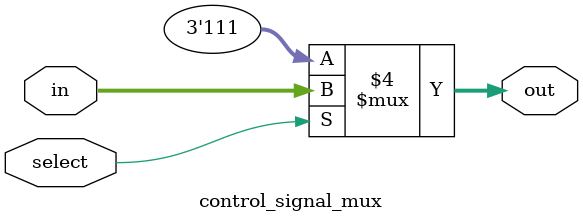
<source format=v>
module control_signal_mux(select,in,out);
input select;
input [2:0] in;
output reg [2:0] out;

always@* begin
if(select == 1) begin 
out = in;
end else begin
out = 3'b111;
end



end
endmodule

//always@(select) begin
//if(select == 1) begin 
//out = in;
//end else begin
//out = 3'b111;
//end
//
//
//
//end
//endmodule


</source>
